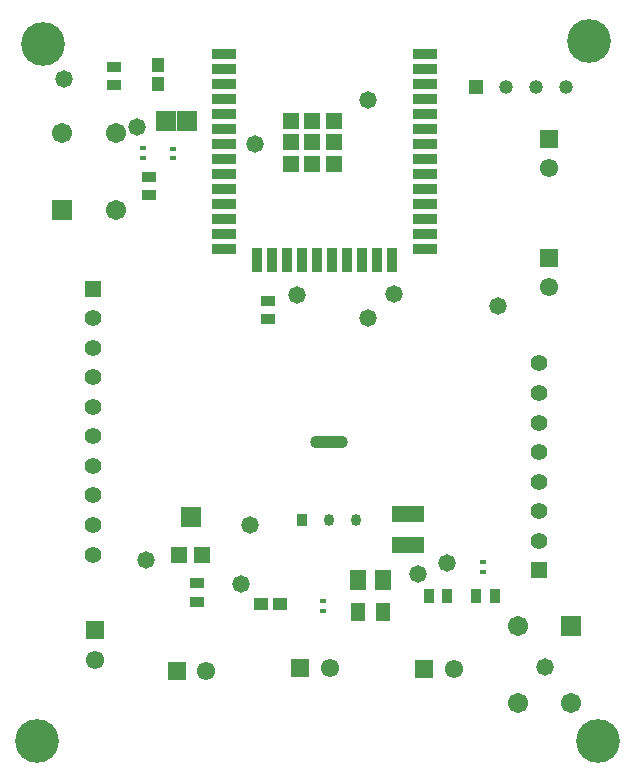
<source format=gbr>
G04*
G04 #@! TF.GenerationSoftware,Altium Limited,Altium Designer,24.2.2 (26)*
G04*
G04 Layer_Color=8388736*
%FSLAX43Y43*%
%MOMM*%
G71*
G04*
G04 #@! TF.SameCoordinates,78AD72C9-59E1-4A50-B3D3-B96FA2B5B495*
G04*
G04*
G04 #@! TF.FilePolarity,Negative*
G04*
G01*
G75*
%ADD15R,1.307X0.906*%
%ADD16R,0.500X0.400*%
%ADD19R,1.012X1.208*%
%ADD21R,1.208X1.012*%
%ADD23R,0.906X1.307*%
G04:AMPARAMS|DCode=25|XSize=1.004mm|YSize=3.182mm|CornerRadius=0.437mm|HoleSize=0mm|Usage=FLASHONLY|Rotation=90.000|XOffset=0mm|YOffset=0mm|HoleType=Round|Shape=RoundedRectangle|*
%AMROUNDEDRECTD25*
21,1,1.004,2.308,0,0,90.0*
21,1,0.131,3.182,0,0,90.0*
1,1,0.874,1.154,0.065*
1,1,0.874,1.154,-0.065*
1,1,0.874,-1.154,-0.065*
1,1,0.874,-1.154,0.065*
%
%ADD25ROUNDEDRECTD25*%
G04:AMPARAMS|DCode=26|XSize=1.004mm|YSize=0.872mm|CornerRadius=0.436mm|HoleSize=0mm|Usage=FLASHONLY|Rotation=90.000|XOffset=0mm|YOffset=0mm|HoleType=Round|Shape=RoundedRectangle|*
%AMROUNDEDRECTD26*
21,1,1.004,0.000,0,0,90.0*
21,1,0.132,0.872,0,0,90.0*
1,1,0.872,0.000,0.066*
1,1,0.872,0.000,-0.066*
1,1,0.872,0.000,-0.066*
1,1,0.872,0.000,0.066*
%
%ADD26ROUNDEDRECTD26*%
%ADD27R,0.872X1.004*%
%ADD28R,2.800X1.400*%
%ADD29R,1.330X1.330*%
%ADD30R,0.900X2.000*%
%ADD31R,2.000X0.900*%
%ADD32R,1.403X1.403*%
%ADD33R,1.803X1.703*%
%ADD34R,1.703X1.753*%
%ADD35R,1.303X1.503*%
%ADD36R,1.453X1.703*%
%ADD37C,1.550*%
%ADD38R,1.550X1.550*%
%ADD39C,1.400*%
%ADD40R,1.400X1.400*%
%ADD41R,1.703X1.703*%
%ADD42C,1.703*%
%ADD43R,1.550X1.550*%
%ADD44R,1.188X1.188*%
%ADD45C,1.188*%
%ADD46C,3.703*%
%ADD47C,1.473*%
D15*
X8775Y59301D02*
D03*
Y57749D02*
D03*
X21800Y37924D02*
D03*
Y39476D02*
D03*
X15800Y15551D02*
D03*
Y13999D02*
D03*
X11750Y49951D02*
D03*
Y48399D02*
D03*
D16*
X11212Y51587D02*
D03*
Y52387D02*
D03*
X13725Y52375D02*
D03*
Y51575D02*
D03*
X26500Y14050D02*
D03*
Y13250D02*
D03*
X40050Y17350D02*
D03*
Y16550D02*
D03*
D19*
X12475Y57848D02*
D03*
Y59452D02*
D03*
D21*
X21248Y13850D02*
D03*
X22852D02*
D03*
D23*
X37001Y14525D02*
D03*
X35449D02*
D03*
X39449Y14450D02*
D03*
X41001D02*
D03*
D25*
X26950Y27520D02*
D03*
D26*
X29240Y20930D02*
D03*
X26950D02*
D03*
D27*
X24660D02*
D03*
D28*
X33625Y21425D02*
D03*
Y18825D02*
D03*
D29*
X27410Y51070D02*
D03*
X25575D02*
D03*
X23740D02*
D03*
X27410Y52905D02*
D03*
X25575D02*
D03*
X23740D02*
D03*
X27410Y54740D02*
D03*
X25575D02*
D03*
X23740D02*
D03*
D30*
X32290Y42895D02*
D03*
X31020D02*
D03*
X29750D02*
D03*
X28480D02*
D03*
X27210D02*
D03*
X25940D02*
D03*
X24670D02*
D03*
X23400D02*
D03*
X22130D02*
D03*
X20860D02*
D03*
D31*
X35075Y60405D02*
D03*
Y59135D02*
D03*
Y57865D02*
D03*
Y56595D02*
D03*
Y55325D02*
D03*
Y54055D02*
D03*
Y52785D02*
D03*
Y51515D02*
D03*
Y50245D02*
D03*
Y48975D02*
D03*
Y47705D02*
D03*
Y46435D02*
D03*
Y45165D02*
D03*
Y43895D02*
D03*
X18075D02*
D03*
Y45165D02*
D03*
Y46435D02*
D03*
Y47705D02*
D03*
Y48975D02*
D03*
Y50245D02*
D03*
Y51515D02*
D03*
Y52785D02*
D03*
Y54055D02*
D03*
Y55325D02*
D03*
Y56595D02*
D03*
Y57865D02*
D03*
Y59135D02*
D03*
Y60405D02*
D03*
D32*
X14250Y17950D02*
D03*
X16250D02*
D03*
D33*
X15250Y21200D02*
D03*
D34*
X13138Y54712D02*
D03*
X14938D02*
D03*
D35*
X31550Y13175D02*
D03*
X29450D02*
D03*
D36*
X31550Y15800D02*
D03*
X29450D02*
D03*
D37*
X7175Y9075D02*
D03*
X45600Y50700D02*
D03*
X45625Y40625D02*
D03*
X27025Y8425D02*
D03*
X37525Y8275D02*
D03*
X16575Y8175D02*
D03*
D38*
X7175Y11575D02*
D03*
X45600Y53200D02*
D03*
X45625Y43125D02*
D03*
D39*
X7000Y18000D02*
D03*
Y20500D02*
D03*
Y23000D02*
D03*
Y25500D02*
D03*
Y28000D02*
D03*
Y30500D02*
D03*
Y33000D02*
D03*
Y35500D02*
D03*
Y38000D02*
D03*
X44775Y34175D02*
D03*
Y31675D02*
D03*
Y29175D02*
D03*
Y26675D02*
D03*
Y24175D02*
D03*
Y21675D02*
D03*
Y19175D02*
D03*
D40*
X7000Y40500D02*
D03*
X44775Y16675D02*
D03*
D41*
X47500Y11950D02*
D03*
X4400Y47150D02*
D03*
D42*
X43000Y11950D02*
D03*
Y5450D02*
D03*
X47500D02*
D03*
X8900Y47150D02*
D03*
Y53650D02*
D03*
X4400D02*
D03*
D43*
X24525Y8425D02*
D03*
X35025Y8275D02*
D03*
X14075Y8175D02*
D03*
D44*
X39410Y57575D02*
D03*
D45*
X41950D02*
D03*
X44490D02*
D03*
X47030D02*
D03*
D46*
X2750Y61250D02*
D03*
X49000Y61500D02*
D03*
X2250Y2250D02*
D03*
X49750D02*
D03*
D47*
X45250Y8450D02*
D03*
X20250Y20500D02*
D03*
X19500Y15500D02*
D03*
X11500Y17500D02*
D03*
X24250Y40000D02*
D03*
X20750Y52750D02*
D03*
X30250Y38000D02*
D03*
X34500Y16325D02*
D03*
X32500Y40039D02*
D03*
X41250Y39000D02*
D03*
X37000Y17250D02*
D03*
X30250Y56500D02*
D03*
X4500Y58250D02*
D03*
X10750Y54211D02*
D03*
M02*

</source>
